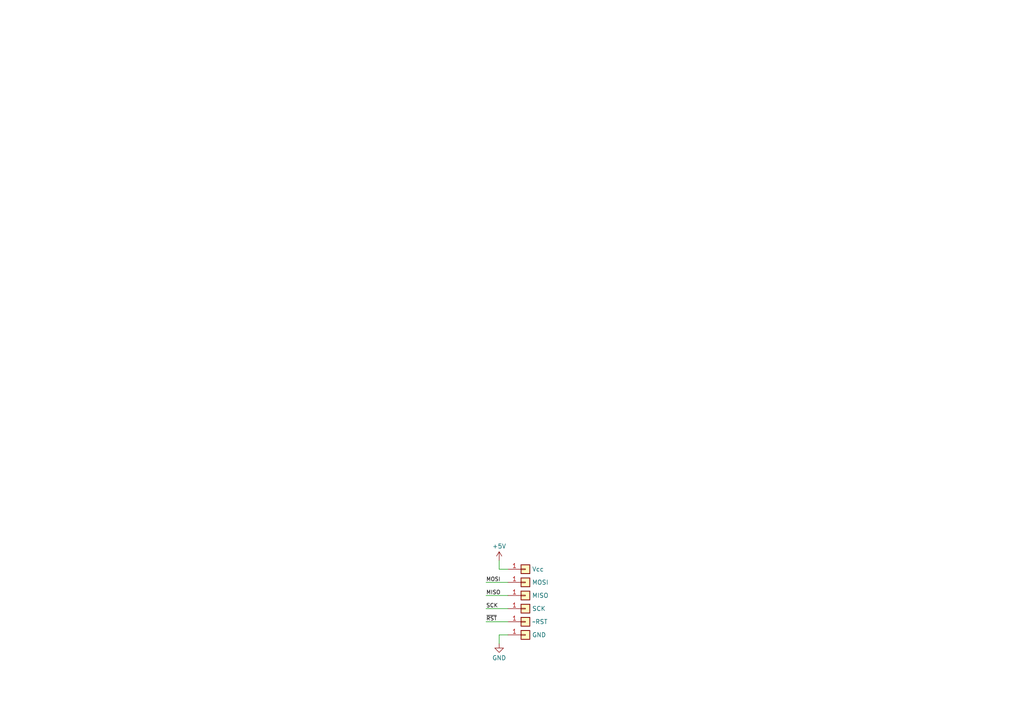
<source format=kicad_sch>
(kicad_sch (version 20250114) (generator "eeschema") (generator_version "9.0")
  (paper "A4")
  (title_block (date "2018-08-19"))
  (lib_symbols
    (symbol "Connector_Generic:Conn_01x01" (pin_names (offset 1.016) (hide yes))
      (property "Reference" "J" (at 0 2.54 0))
      (property "Value" "Conn_01x01" (at 0 -2.54 0))
      (symbol "Conn_01x01_1_1"
        (rectangle (start -1.27 1.27) (end 1.27 -1.27) (stroke (width 0.254)) (fill (type background)))
        (rectangle (start -1.27 0.127) (end 0 -0.127) (stroke (width 0.1524)))
        (pin passive line (at -5.08 0 0) (length 3.81) (name "Pin_1") (number "1"))
      )
    )
    (symbol "power:+5V" (power) (pin_numbers (hide yes)) (pin_names (offset 0) (hide yes))
      (property "Value" "+5V" (at 0 3.556 0))
      (symbol "+5V_0_1"
        (polyline (pts (xy -0.762 1.27) (xy 0 2.54)))
        (polyline (pts (xy 0 2.54) (xy 0.762 1.27)))
        (polyline (pts (xy 0 0) (xy 0 2.54)))
      )
      (symbol "+5V_1_1"
        (pin power_in line (at 0 0 90) (length 0) (name "~") (number "1"))
      )
    )
    (symbol "power:GND" (power) (pin_numbers (hide yes)) (pin_names (offset 0) (hide yes))
      (property "Value" "GND" (at 0 -3.81 0))
      (symbol "GND_0_1"
        (polyline (pts (xy 0 0) (xy 0 -1.27) (xy 1.27 -1.27) (xy 0 -2.54) (xy -1.27 -1.27) (xy 0 -1.27)))
      )
      (symbol "GND_1_1"
        (pin power_in line (at 0 0 270) (length 0) (name "~") (number "1"))
      )
    )
  )
  (wire (pts (xy 140.97 168.91) (xy 147.32 168.91)))
  (wire (pts (xy 140.97 176.53) (xy 147.32 176.53)))
  (wire (pts (xy 144.78 184.15) (xy 147.32 184.15)))
  (wire (pts (xy 140.97 172.72) (xy 147.32 172.72)))
  (wire (pts (xy 144.78 165.1) (xy 147.32 165.1)))
  (wire (pts (xy 144.78 186.69) (xy 144.78 184.15)))
  (wire (pts (xy 144.78 162.56) (xy 144.78 165.1)))
  (wire (pts (xy 140.97 180.34) (xy 147.32 180.34)))
  (label "SCK" (at 140.97 176.53 0) (effects (font (size 1.1176 1.1176))))
  (label "~{RST}" (at 140.97 180.34 0) (effects (font (size 1.1176 1.1176))))
  (label "MOSI" (at 140.97 168.91 0) (effects (font (size 1.1176 1.1176))))
  (label "MISO" (at 140.97 172.72 0) (effects (font (size 1.1176 1.1176))))
  (symbol (lib_id "Connector_Generic:Conn_01x01") (at 152.4 165.1 0) (unit 1)
    (property "Reference" "J?" (effects (hide yes)))
    (property "Value" "Vcc" (at 154.305 165.1 0) (effects (justify left)))
  )
  (symbol (lib_id "Connector_Generic:Conn_01x01") (at 152.4 168.91 0) (unit 1)
    (property "Reference" "J?" (effects (hide yes)))
    (property "Value" "MOSI" (at 154.305 168.91 0) (effects (justify left)))
  )
  (symbol (lib_id "Connector_Generic:Conn_01x01") (at 152.4 172.72 0) (unit 1)
    (property "Reference" "J?" (effects (hide yes)))
    (property "Value" "MISO" (at 154.305 172.72 0) (effects (justify left)))
  )
  (symbol (lib_id "Connector_Generic:Conn_01x01") (at 152.4 176.53 0) (unit 1)
    (property "Reference" "J?" (effects (hide yes)))
    (property "Value" "SCK" (at 154.305 176.53 0) (effects (justify left)))
  )
  (symbol (lib_id "Connector_Generic:Conn_01x01") (at 152.4 180.34 0) (unit 1)
    (property "Reference" "J?" (effects (hide yes)))
    (property "Value" "~RST" (at 154.305 180.34 0) (effects (justify left)))
  )
  (symbol (lib_id "Connector_Generic:Conn_01x01") (at 152.4 184.15 0) (unit 1)
    (property "Reference" "J?" (effects (hide yes)))
    (property "Value" "GND" (at 154.305 184.15 0) (effects (justify left)))
  )
  (symbol (lib_id "power:GND") (at 144.78 186.69 0) (unit 1)
    (property "Reference" "#PWR01" (effects (hide yes)))
    (property "Value" "GND" (at 144.78 190.8231 0))
    (property "Description" "Power symbol creates a global label with name \"GND\" , ground" (effects (hide yes)))
  )
  (symbol (lib_id "power:+5V") (at 144.78 162.56 0) (unit 1)
    (property "Reference" "#PWR02" (effects (hide yes)))
    (property "Value" "+5V" (at 144.78 158.4269 0))
    (property "Description" "Power symbol creates a global label with name \"+5V\"" (effects (hide yes)))
  )
)
</source>
